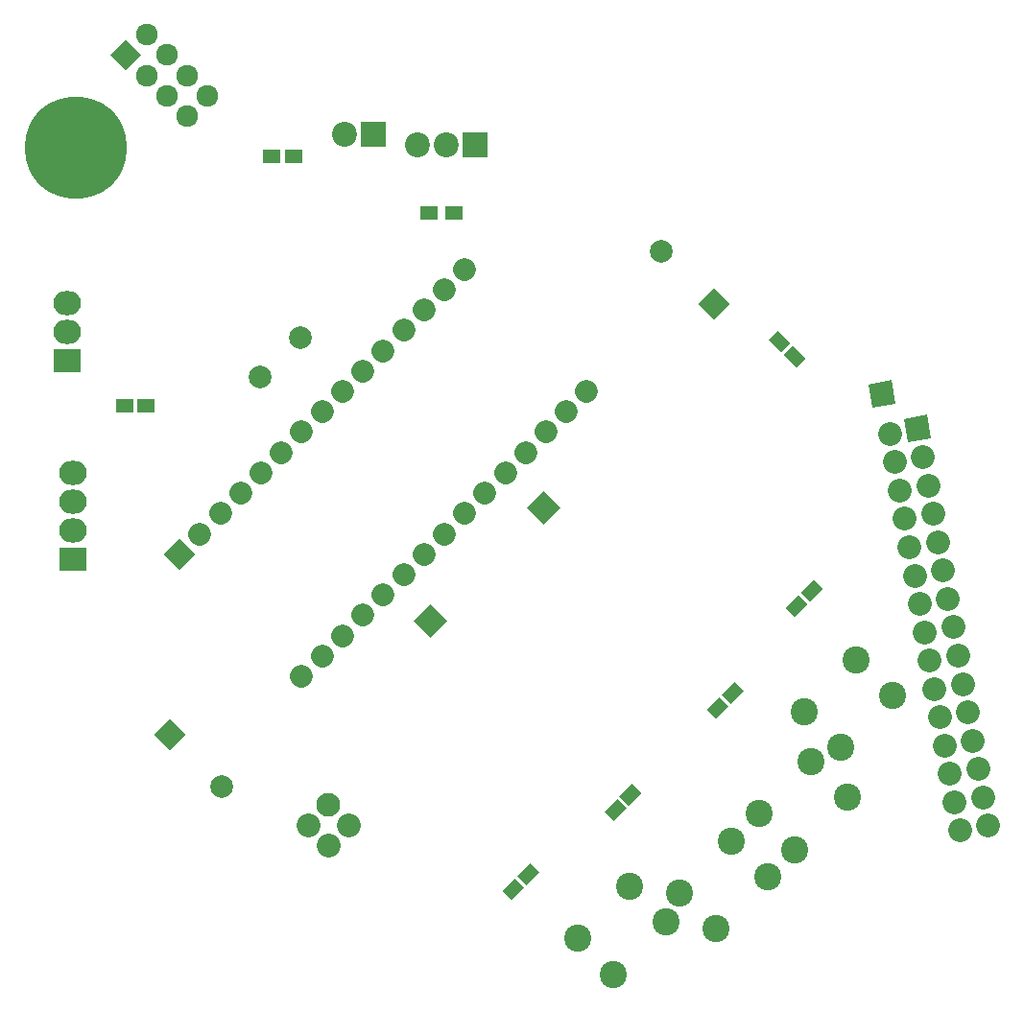
<source format=gbs>
G04 #@! TF.FileFunction,Soldermask,Bot*
%FSLAX46Y46*%
G04 Gerber Fmt 4.6, Leading zero omitted, Abs format (unit mm)*
G04 Created by KiCad (PCBNEW 4.0.7) date 06/14/18 23:49:54*
%MOMM*%
%LPD*%
G01*
G04 APERTURE LIST*
%ADD10C,0.100000*%
%ADD11C,2.000000*%
%ADD12R,1.600000X1.150000*%
%ADD13R,2.200000X2.200000*%
%ADD14C,2.200000*%
%ADD15C,2.100000*%
%ADD16R,1.600000X1.300000*%
%ADD17R,2.432000X2.127200*%
%ADD18O,2.432000X2.127200*%
%ADD19C,2.400000*%
%ADD20C,1.924000*%
%ADD21C,2.100000*%
%ADD22C,2.000000*%
%ADD23C,9.000000*%
%ADD24C,1.300000*%
G04 APERTURE END LIST*
D10*
G36*
X64414214Y-28000000D02*
X63000000Y-29414214D01*
X61585786Y-28000000D01*
X63000000Y-26585786D01*
X64414214Y-28000000D01*
X64414214Y-28000000D01*
G37*
D11*
X58403806Y-23403806D03*
D10*
G36*
X13585786Y-66000000D02*
X15000000Y-64585786D01*
X16414214Y-66000000D01*
X15000000Y-67414214D01*
X13585786Y-66000000D01*
X13585786Y-66000000D01*
G37*
D11*
X19596194Y-70596194D03*
D12*
X24050000Y-15000000D03*
X25950000Y-15000000D03*
D10*
G36*
X67855977Y-31169150D02*
X68669150Y-30355977D01*
X69800521Y-31487348D01*
X68987348Y-32300521D01*
X67855977Y-31169150D01*
X67855977Y-31169150D01*
G37*
G36*
X69199479Y-32512652D02*
X70012652Y-31699479D01*
X71144023Y-32830850D01*
X70330850Y-33644023D01*
X69199479Y-32512652D01*
X69199479Y-32512652D01*
G37*
D12*
X11050000Y-37000000D03*
X12950000Y-37000000D03*
D10*
G36*
X45169150Y-80644023D02*
X44355977Y-79830850D01*
X45487348Y-78699479D01*
X46300521Y-79512652D01*
X45169150Y-80644023D01*
X45169150Y-80644023D01*
G37*
G36*
X46512652Y-79300521D02*
X45699479Y-78487348D01*
X46830850Y-77355977D01*
X47644023Y-78169150D01*
X46512652Y-79300521D01*
X46512652Y-79300521D01*
G37*
G36*
X54169150Y-73644023D02*
X53355977Y-72830850D01*
X54487348Y-71699479D01*
X55300521Y-72512652D01*
X54169150Y-73644023D01*
X54169150Y-73644023D01*
G37*
G36*
X55512652Y-72300521D02*
X54699479Y-71487348D01*
X55830850Y-70355977D01*
X56644023Y-71169150D01*
X55512652Y-72300521D01*
X55512652Y-72300521D01*
G37*
G36*
X63169150Y-64644023D02*
X62355977Y-63830850D01*
X63487348Y-62699479D01*
X64300521Y-63512652D01*
X63169150Y-64644023D01*
X63169150Y-64644023D01*
G37*
G36*
X64512652Y-63300521D02*
X63699479Y-62487348D01*
X64830850Y-61355977D01*
X65644023Y-62169150D01*
X64512652Y-63300521D01*
X64512652Y-63300521D01*
G37*
G36*
X70169150Y-55644023D02*
X69355977Y-54830850D01*
X70487348Y-53699479D01*
X71300521Y-54512652D01*
X70169150Y-55644023D01*
X70169150Y-55644023D01*
G37*
G36*
X71512652Y-54300521D02*
X70699479Y-53487348D01*
X71830850Y-52355977D01*
X72644023Y-53169150D01*
X71512652Y-54300521D01*
X71512652Y-54300521D01*
G37*
D13*
X33000000Y-13000000D03*
D14*
X30460000Y-13000000D03*
D10*
G36*
X81851718Y-37783621D02*
X82216379Y-39851718D01*
X80148282Y-40216379D01*
X79783621Y-38148282D01*
X81851718Y-37783621D01*
X81851718Y-37783621D01*
G37*
D15*
X78498588Y-39441066D02*
X78498588Y-39441066D01*
X81441066Y-41501412D02*
X81441066Y-41501412D01*
X78939655Y-41942478D02*
X78939655Y-41942478D01*
X81882133Y-44002823D02*
X81882133Y-44002823D01*
X79380721Y-44443890D02*
X79380721Y-44443890D01*
X82323199Y-46504235D02*
X82323199Y-46504235D01*
X79821787Y-46945301D02*
X79821787Y-46945301D01*
X82764265Y-49005647D02*
X82764265Y-49005647D01*
X80262854Y-49446713D02*
X80262854Y-49446713D01*
X83205332Y-51507058D02*
X83205332Y-51507058D01*
X80703920Y-51948125D02*
X80703920Y-51948125D01*
X83646398Y-54008470D02*
X83646398Y-54008470D01*
X81144987Y-54449537D02*
X81144987Y-54449537D01*
X84087465Y-56509882D02*
X84087465Y-56509882D01*
X81586053Y-56950948D02*
X81586053Y-56950948D01*
X84528531Y-59011294D02*
X84528531Y-59011294D01*
X82027119Y-59452360D02*
X82027119Y-59452360D01*
X84969597Y-61512705D02*
X84969597Y-61512705D01*
X82468186Y-61953772D02*
X82468186Y-61953772D01*
X85410664Y-64014117D02*
X85410664Y-64014117D01*
X82909252Y-64455183D02*
X82909252Y-64455183D01*
X85851730Y-66515529D02*
X85851730Y-66515529D01*
X83350318Y-66956595D02*
X83350318Y-66956595D01*
X86292796Y-69016940D02*
X86292796Y-69016940D01*
X83791385Y-69458007D02*
X83791385Y-69458007D01*
X86733863Y-71518352D02*
X86733863Y-71518352D01*
X84232451Y-71959418D02*
X84232451Y-71959418D01*
X87174929Y-74019764D02*
X87174929Y-74019764D01*
X84673518Y-74460830D02*
X84673518Y-74460830D01*
D16*
X37900000Y-20000000D03*
X40100000Y-20000000D03*
D17*
X6000000Y-33040000D03*
D18*
X6000000Y-30500000D03*
X6000000Y-27960000D03*
D17*
X6524229Y-50560707D03*
D18*
X6524229Y-48020707D03*
X6524229Y-45480707D03*
X6524229Y-42940707D03*
D19*
X54181981Y-87181981D03*
X51000000Y-84000000D03*
X58778175Y-82585786D03*
X55596194Y-79403806D03*
X63181981Y-83181981D03*
X60000000Y-80000000D03*
X67778175Y-78585786D03*
X64596194Y-75403806D03*
X70181981Y-76181981D03*
X67000000Y-73000000D03*
X74778175Y-71585786D03*
X71596194Y-68403806D03*
X74181981Y-67181981D03*
X71000000Y-64000000D03*
X78778175Y-62585786D03*
X75596194Y-59403806D03*
D13*
X42000000Y-14000000D03*
D14*
X39460000Y-14000000D03*
X36920000Y-14000000D03*
D10*
G36*
X11175000Y-7410473D02*
X9814527Y-6050000D01*
X11175000Y-4689527D01*
X12535473Y-6050000D01*
X11175000Y-7410473D01*
X11175000Y-7410473D01*
G37*
D20*
X12971051Y-4253949D03*
X12971051Y-7846051D03*
X14767102Y-6050000D03*
X14767102Y-9642102D03*
X16563154Y-7846051D03*
X16563154Y-11438154D03*
X18359205Y-9642102D03*
D11*
X23000000Y-34500000D03*
X26535534Y-30964466D03*
D10*
G36*
X38000000Y-57484924D02*
X36515076Y-56000000D01*
X38000000Y-54515076D01*
X39484924Y-56000000D01*
X38000000Y-57484924D01*
X38000000Y-57484924D01*
G37*
G36*
X48000000Y-47484924D02*
X46515076Y-46000000D01*
X48000000Y-44515076D01*
X49484924Y-46000000D01*
X48000000Y-47484924D01*
X48000000Y-47484924D01*
G37*
D21*
X29000000Y-72203949D03*
D15*
X30796051Y-74000000D02*
X30796051Y-74000000D01*
X27203949Y-74000000D02*
X27203949Y-74000000D01*
X29000000Y-75796051D02*
X29000000Y-75796051D01*
D10*
G36*
X78701718Y-34733621D02*
X79066379Y-36801718D01*
X76998282Y-37166379D01*
X76633621Y-35098282D01*
X78701718Y-34733621D01*
X78701718Y-34733621D01*
G37*
G36*
X14485786Y-50100000D02*
X15900000Y-48685786D01*
X17314214Y-50100000D01*
X15900000Y-51514214D01*
X14485786Y-50100000D01*
X14485786Y-50100000D01*
G37*
D22*
X50024973Y-37527641D02*
X50024973Y-37527641D01*
X17696051Y-48303949D02*
X17696051Y-48303949D01*
X48228922Y-39323693D02*
X48228922Y-39323693D01*
X19492102Y-46507898D02*
X19492102Y-46507898D01*
X46432871Y-41119744D02*
X46432871Y-41119744D01*
X21288154Y-44711846D02*
X21288154Y-44711846D01*
X44636820Y-42915795D02*
X44636820Y-42915795D01*
X23084205Y-42915795D02*
X23084205Y-42915795D01*
X42840768Y-44711846D02*
X42840768Y-44711846D01*
X24880256Y-41119744D02*
X24880256Y-41119744D01*
X41044717Y-46507898D02*
X41044717Y-46507898D01*
X26676307Y-39323693D02*
X26676307Y-39323693D01*
X39248666Y-48303949D02*
X39248666Y-48303949D01*
X28472359Y-37527641D02*
X28472359Y-37527641D01*
X37452615Y-50100000D02*
X37452615Y-50100000D01*
X30268410Y-35731590D02*
X30268410Y-35731590D01*
X35656563Y-51896051D02*
X35656563Y-51896051D01*
X32064461Y-33935539D02*
X32064461Y-33935539D01*
X33860512Y-53692102D02*
X33860512Y-53692102D01*
X33860512Y-32139488D02*
X33860512Y-32139488D01*
X32064461Y-55488154D02*
X32064461Y-55488154D01*
X35656563Y-30343437D02*
X35656563Y-30343437D01*
X30268410Y-57284205D02*
X30268410Y-57284205D01*
X37452615Y-28547385D02*
X37452615Y-28547385D01*
X28472359Y-59080256D02*
X28472359Y-59080256D01*
X39248666Y-26751334D02*
X39248666Y-26751334D01*
X26676307Y-60876307D02*
X26676307Y-60876307D01*
X41044717Y-24955283D02*
X41044717Y-24955283D01*
X51821024Y-35731590D02*
X51821024Y-35731590D01*
D23*
X6700000Y-14225000D03*
D24*
X9925000Y-14225000D03*
X8980419Y-16505419D03*
X6700000Y-17450000D03*
X4419581Y-16505419D03*
X3475000Y-14225000D03*
X4419581Y-11944581D03*
X6700000Y-11000000D03*
X8980419Y-11944581D03*
M02*

</source>
